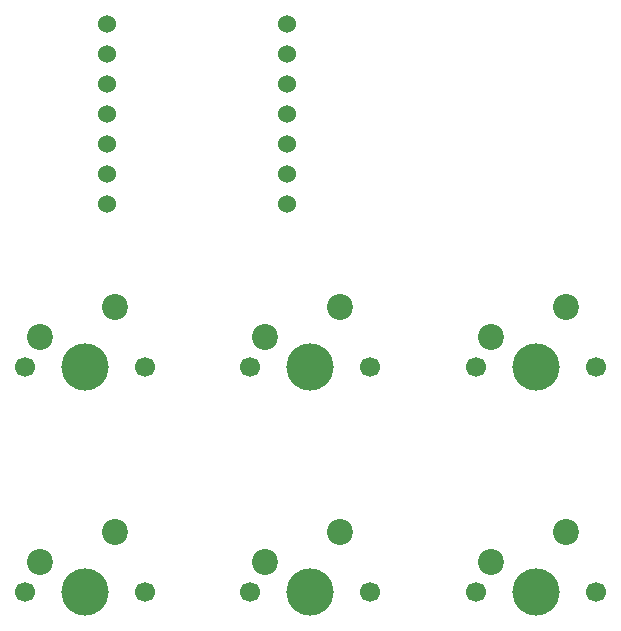
<source format=gbr>
%TF.GenerationSoftware,KiCad,Pcbnew,9.0.2*%
%TF.CreationDate,2025-07-08T20:10:04-07:00*%
%TF.ProjectId,Hackpad,4861636b-7061-4642-9e6b-696361645f70,rev?*%
%TF.SameCoordinates,Original*%
%TF.FileFunction,Soldermask,Bot*%
%TF.FilePolarity,Negative*%
%FSLAX46Y46*%
G04 Gerber Fmt 4.6, Leading zero omitted, Abs format (unit mm)*
G04 Created by KiCad (PCBNEW 9.0.2) date 2025-07-08 20:10:04*
%MOMM*%
%LPD*%
G01*
G04 APERTURE LIST*
%ADD10C,1.700000*%
%ADD11C,4.000000*%
%ADD12C,2.200000*%
%ADD13C,1.524000*%
G04 APERTURE END LIST*
D10*
%TO.C,SW6*%
X176030000Y-135731250D03*
D11*
X181110000Y-135731250D03*
D10*
X186190000Y-135731250D03*
D12*
X183650000Y-130651250D03*
X177300000Y-133191250D03*
%TD*%
D10*
%TO.C,SW5*%
X176030000Y-116681250D03*
D11*
X181110000Y-116681250D03*
D10*
X186190000Y-116681250D03*
D12*
X183650000Y-111601250D03*
X177300000Y-114141250D03*
%TD*%
D13*
%TO.C,U1*%
X160020000Y-87630000D03*
X160020000Y-90170000D03*
X160020000Y-92710000D03*
X160020000Y-95250000D03*
X160020000Y-97790000D03*
X160020000Y-100330000D03*
X160020000Y-102870000D03*
X144780000Y-102870000D03*
X144780000Y-100330000D03*
X144780000Y-97790000D03*
X144780000Y-95250000D03*
X144780000Y-92710000D03*
X144780000Y-90170000D03*
X144780000Y-87630000D03*
%TD*%
D10*
%TO.C,SW4*%
X156845000Y-135731250D03*
D11*
X161925000Y-135731250D03*
D10*
X167005000Y-135731250D03*
D12*
X164465000Y-130651250D03*
X158115000Y-133191250D03*
%TD*%
D10*
%TO.C,SW3*%
X137795000Y-135731250D03*
D11*
X142875000Y-135731250D03*
D10*
X147955000Y-135731250D03*
D12*
X145415000Y-130651250D03*
X139065000Y-133191250D03*
%TD*%
D10*
%TO.C,SW2*%
X137795000Y-116681250D03*
D11*
X142875000Y-116681250D03*
D10*
X147955000Y-116681250D03*
D12*
X145415000Y-111601250D03*
X139065000Y-114141250D03*
%TD*%
D10*
%TO.C,SW1*%
X156845000Y-116681250D03*
D11*
X161925000Y-116681250D03*
D10*
X167005000Y-116681250D03*
D12*
X164465000Y-111601250D03*
X158115000Y-114141250D03*
%TD*%
M02*

</source>
